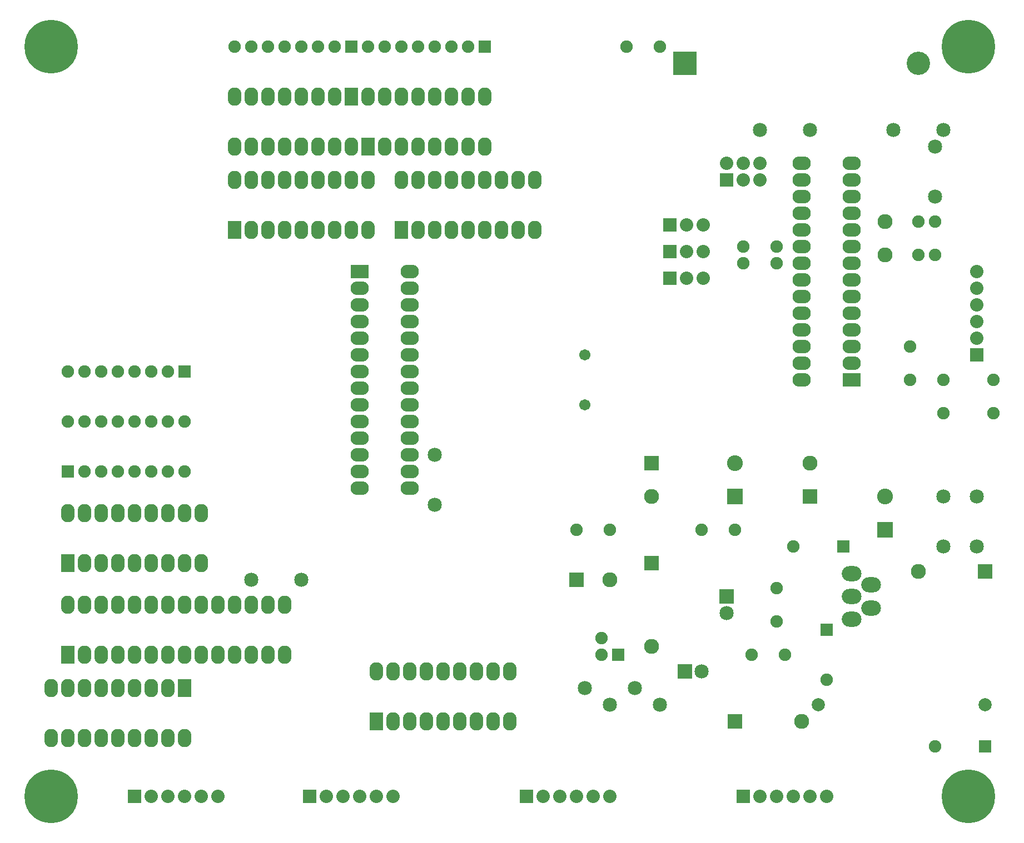
<source format=gbs>
G04 (created by PCBNEW-RS274X (2011-05-25)-stable) date Sat 09 Jun 2012 10:58:35 AM MDT*
G01*
G70*
G90*
%MOIN*%
G04 Gerber Fmt 3.4, Leading zero omitted, Abs format*
%FSLAX34Y34*%
G04 APERTURE LIST*
%ADD10C,0.006000*%
%ADD11R,0.075000X0.075000*%
%ADD12C,0.075000*%
%ADD13C,0.079100*%
%ADD14R,0.080000X0.080000*%
%ADD15C,0.080000*%
%ADD16R,0.095000X0.095000*%
%ADD17C,0.095000*%
%ADD18O,0.110000X0.082000*%
%ADD19R,0.110000X0.082000*%
%ADD20O,0.082000X0.110000*%
%ADD21R,0.082000X0.110000*%
%ADD22C,0.090000*%
%ADD23R,0.090000X0.090000*%
%ADD24R,0.085000X0.085000*%
%ADD25C,0.085000*%
%ADD26C,0.067200*%
%ADD27R,0.140000X0.140000*%
%ADD28C,0.140000*%
%ADD29O,0.118400X0.090900*%
%ADD30C,0.320000*%
G04 APERTURE END LIST*
G54D10*
G54D11*
X58500Y-22500D03*
G54D12*
X57500Y-22500D03*
X56500Y-22500D03*
X55500Y-22500D03*
X54500Y-22500D03*
X53500Y-22500D03*
X52500Y-22500D03*
X51500Y-22500D03*
G54D11*
X50500Y-22500D03*
G54D12*
X49500Y-22500D03*
X48500Y-22500D03*
X47500Y-22500D03*
X46500Y-22500D03*
X45500Y-22500D03*
X44500Y-22500D03*
X43500Y-22500D03*
G54D13*
X88500Y-62000D03*
X78500Y-62000D03*
G54D14*
X69600Y-34800D03*
G54D15*
X70600Y-34800D03*
X71600Y-34800D03*
G54D14*
X69600Y-36400D03*
G54D15*
X70600Y-36400D03*
X71600Y-36400D03*
G54D14*
X69600Y-33200D03*
G54D15*
X70600Y-33200D03*
X71600Y-33200D03*
G54D14*
X37500Y-67500D03*
G54D15*
X38500Y-67500D03*
X39500Y-67500D03*
X40500Y-67500D03*
X41500Y-67500D03*
X42500Y-67500D03*
G54D14*
X48000Y-67500D03*
G54D15*
X49000Y-67500D03*
X50000Y-67500D03*
X51000Y-67500D03*
X52000Y-67500D03*
X53000Y-67500D03*
G54D16*
X73500Y-49500D03*
G54D17*
X73500Y-47500D03*
G54D16*
X82500Y-51500D03*
G54D17*
X82500Y-49500D03*
G54D18*
X51000Y-37000D03*
X51000Y-38000D03*
X51000Y-39000D03*
X51000Y-40000D03*
X51000Y-41000D03*
X51000Y-42000D03*
X51000Y-43000D03*
X51000Y-44000D03*
X51000Y-45000D03*
X51000Y-46000D03*
X51000Y-47000D03*
X51000Y-48000D03*
X51000Y-49000D03*
G54D19*
X51000Y-36000D03*
G54D18*
X54000Y-49000D03*
X54000Y-48000D03*
X54000Y-47000D03*
X54000Y-46000D03*
X54000Y-45000D03*
X54000Y-44000D03*
X54000Y-43000D03*
X54000Y-42000D03*
X54000Y-41000D03*
X54000Y-40000D03*
X54000Y-39000D03*
X54000Y-38000D03*
X54000Y-37000D03*
X54000Y-36000D03*
G54D20*
X34500Y-59000D03*
X35500Y-59000D03*
X36500Y-59000D03*
X37500Y-59000D03*
X38500Y-59000D03*
X39500Y-59000D03*
X40500Y-59000D03*
X41500Y-59000D03*
X42500Y-59000D03*
X43500Y-59000D03*
X44500Y-59000D03*
X45500Y-59000D03*
X46500Y-59000D03*
G54D21*
X33500Y-59000D03*
G54D20*
X46500Y-56000D03*
X45500Y-56000D03*
X44500Y-56000D03*
X43500Y-56000D03*
X42500Y-56000D03*
X41500Y-56000D03*
X40500Y-56000D03*
X39500Y-56000D03*
X38500Y-56000D03*
X37500Y-56000D03*
X36500Y-56000D03*
X35500Y-56000D03*
X34500Y-56000D03*
X33500Y-56000D03*
G54D21*
X52000Y-63000D03*
G54D20*
X53000Y-63000D03*
X54000Y-63000D03*
X55000Y-63000D03*
X56000Y-63000D03*
X57000Y-63000D03*
X58000Y-63000D03*
X59000Y-63000D03*
X60000Y-63000D03*
X60000Y-60000D03*
X59000Y-60000D03*
X58000Y-60000D03*
X57000Y-60000D03*
X56000Y-60000D03*
X55000Y-60000D03*
X54000Y-60000D03*
X53000Y-60000D03*
X52000Y-60000D03*
G54D22*
X84500Y-54000D03*
G54D23*
X88500Y-54000D03*
G54D11*
X88500Y-64500D03*
G54D12*
X85500Y-64500D03*
X76000Y-34500D03*
X74000Y-34500D03*
X76500Y-59000D03*
X74500Y-59000D03*
X67000Y-22500D03*
X69000Y-22500D03*
X85500Y-35000D03*
X84500Y-35000D03*
X71500Y-51500D03*
X73500Y-51500D03*
X85500Y-33000D03*
X84500Y-33000D03*
G54D14*
X61000Y-67500D03*
G54D15*
X62000Y-67500D03*
X63000Y-67500D03*
X64000Y-67500D03*
X65000Y-67500D03*
X66000Y-67500D03*
G54D23*
X68500Y-47500D03*
G54D22*
X68500Y-49500D03*
G54D12*
X84000Y-42500D03*
X84000Y-40500D03*
G54D22*
X68500Y-58500D03*
G54D23*
X68500Y-53500D03*
G54D22*
X77500Y-63000D03*
G54D23*
X73500Y-63000D03*
G54D11*
X79000Y-57500D03*
G54D12*
X79000Y-60500D03*
G54D11*
X80000Y-52500D03*
G54D12*
X77000Y-52500D03*
G54D14*
X74000Y-67500D03*
G54D15*
X75000Y-67500D03*
X76000Y-67500D03*
X77000Y-67500D03*
X78000Y-67500D03*
X79000Y-67500D03*
G54D11*
X40500Y-42000D03*
G54D12*
X39500Y-42000D03*
X38500Y-42000D03*
X37500Y-42000D03*
X36500Y-42000D03*
X35500Y-42000D03*
X34500Y-42000D03*
X33500Y-42000D03*
G54D18*
X80500Y-41500D03*
X80500Y-40500D03*
X80500Y-39500D03*
X80500Y-38500D03*
X80500Y-37500D03*
X80500Y-36500D03*
X80500Y-35500D03*
X80500Y-34500D03*
X80500Y-33500D03*
X80500Y-32500D03*
X80500Y-31500D03*
X80500Y-30500D03*
X80500Y-29500D03*
G54D19*
X80500Y-42500D03*
G54D18*
X77500Y-29500D03*
X77500Y-30500D03*
X77500Y-31500D03*
X77500Y-32500D03*
X77500Y-33500D03*
X77500Y-34500D03*
X77500Y-35500D03*
X77500Y-36500D03*
X77500Y-37500D03*
X77500Y-38500D03*
X77500Y-39500D03*
X77500Y-40500D03*
X77500Y-41500D03*
X77500Y-42500D03*
G54D14*
X73000Y-30500D03*
G54D15*
X73000Y-29500D03*
X74000Y-30500D03*
X74000Y-29500D03*
X75000Y-30500D03*
X75000Y-29500D03*
G54D12*
X89000Y-42500D03*
X89000Y-44500D03*
X86000Y-42500D03*
X86000Y-44500D03*
G54D24*
X70500Y-60000D03*
G54D25*
X71500Y-60000D03*
G54D23*
X64000Y-54500D03*
G54D22*
X66000Y-54500D03*
G54D12*
X66000Y-51500D03*
X64000Y-51500D03*
G54D23*
X78000Y-49500D03*
G54D22*
X78000Y-47500D03*
G54D24*
X73000Y-55500D03*
G54D25*
X73000Y-56500D03*
G54D12*
X76000Y-57000D03*
X76000Y-55000D03*
X74000Y-35500D03*
X76000Y-35500D03*
G54D25*
X69000Y-62000D03*
X66000Y-62000D03*
X64500Y-61000D03*
X67500Y-61000D03*
X88000Y-49500D03*
X88000Y-52500D03*
X86000Y-52500D03*
X86000Y-49500D03*
X44500Y-54500D03*
X47500Y-54500D03*
X78000Y-27500D03*
X75000Y-27500D03*
G54D26*
X64500Y-44000D03*
X64500Y-41000D03*
G54D11*
X66500Y-59000D03*
G54D12*
X65500Y-59000D03*
X65500Y-58000D03*
G54D22*
X82500Y-33000D03*
X82500Y-35000D03*
G54D21*
X53500Y-33500D03*
G54D20*
X54500Y-33500D03*
X55500Y-33500D03*
X56500Y-33500D03*
X57500Y-33500D03*
X58500Y-33500D03*
X59500Y-33500D03*
X60500Y-33500D03*
X61500Y-33500D03*
X61500Y-30500D03*
X60500Y-30500D03*
X59500Y-30500D03*
X58500Y-30500D03*
X57500Y-30500D03*
X56500Y-30500D03*
X55500Y-30500D03*
X54500Y-30500D03*
X53500Y-30500D03*
G54D21*
X43500Y-33500D03*
G54D20*
X44500Y-33500D03*
X45500Y-33500D03*
X46500Y-33500D03*
X47500Y-33500D03*
X48500Y-33500D03*
X49500Y-33500D03*
X50500Y-33500D03*
X51500Y-33500D03*
X51500Y-30500D03*
X50500Y-30500D03*
X49500Y-30500D03*
X48500Y-30500D03*
X47500Y-30500D03*
X46500Y-30500D03*
X45500Y-30500D03*
X44500Y-30500D03*
X43500Y-30500D03*
G54D21*
X33500Y-53500D03*
G54D20*
X34500Y-53500D03*
X35500Y-53500D03*
X36500Y-53500D03*
X37500Y-53500D03*
X38500Y-53500D03*
X39500Y-53500D03*
X40500Y-53500D03*
X41500Y-53500D03*
X41500Y-50500D03*
X40500Y-50500D03*
X39500Y-50500D03*
X38500Y-50500D03*
X37500Y-50500D03*
X36500Y-50500D03*
X35500Y-50500D03*
X34500Y-50500D03*
X33500Y-50500D03*
G54D21*
X40500Y-61000D03*
G54D20*
X39500Y-61000D03*
X38500Y-61000D03*
X37500Y-61000D03*
X36500Y-61000D03*
X35500Y-61000D03*
X34500Y-61000D03*
X33500Y-61000D03*
X32500Y-61000D03*
X32500Y-64000D03*
X33500Y-64000D03*
X34500Y-64000D03*
X35500Y-64000D03*
X36500Y-64000D03*
X37500Y-64000D03*
X38500Y-64000D03*
X39500Y-64000D03*
X40500Y-64000D03*
G54D25*
X85500Y-31500D03*
X85500Y-28500D03*
X86000Y-27500D03*
X83000Y-27500D03*
G54D11*
X33500Y-48000D03*
G54D12*
X34500Y-48000D03*
X35500Y-48000D03*
X36500Y-48000D03*
X37500Y-48000D03*
X38500Y-48000D03*
X39500Y-48000D03*
X40500Y-48000D03*
X40500Y-45000D03*
X39500Y-45000D03*
X38500Y-45000D03*
X37500Y-45000D03*
X36500Y-45000D03*
X35500Y-45000D03*
X34500Y-45000D03*
X33500Y-45000D03*
G54D27*
X70500Y-23500D03*
G54D28*
X84500Y-23500D03*
G54D25*
X55500Y-47000D03*
X55500Y-50000D03*
G54D21*
X50500Y-25500D03*
G54D20*
X49500Y-25500D03*
X48500Y-25500D03*
X47500Y-25500D03*
X46500Y-25500D03*
X45500Y-25500D03*
X44500Y-25500D03*
X43500Y-25500D03*
X43500Y-28500D03*
X44500Y-28500D03*
X45500Y-28500D03*
X46500Y-28500D03*
X47500Y-28500D03*
X48500Y-28500D03*
X49500Y-28500D03*
X50500Y-28500D03*
G54D21*
X51500Y-28500D03*
G54D20*
X52500Y-28500D03*
X53500Y-28500D03*
X54500Y-28500D03*
X55500Y-28500D03*
X56500Y-28500D03*
X57500Y-28500D03*
X58500Y-28500D03*
X58500Y-25500D03*
X57500Y-25500D03*
X56500Y-25500D03*
X55500Y-25500D03*
X54500Y-25500D03*
X53500Y-25500D03*
X52500Y-25500D03*
X51500Y-25500D03*
G54D14*
X88000Y-41000D03*
G54D15*
X88000Y-40000D03*
X88000Y-39000D03*
X88000Y-38000D03*
X88000Y-37000D03*
X88000Y-36000D03*
G54D29*
X80504Y-55500D03*
X80504Y-54122D03*
X80504Y-56878D03*
X81685Y-56209D03*
X81685Y-54791D03*
G54D30*
X32500Y-22500D03*
X87500Y-22500D03*
X32500Y-67500D03*
X87500Y-67500D03*
M02*

</source>
